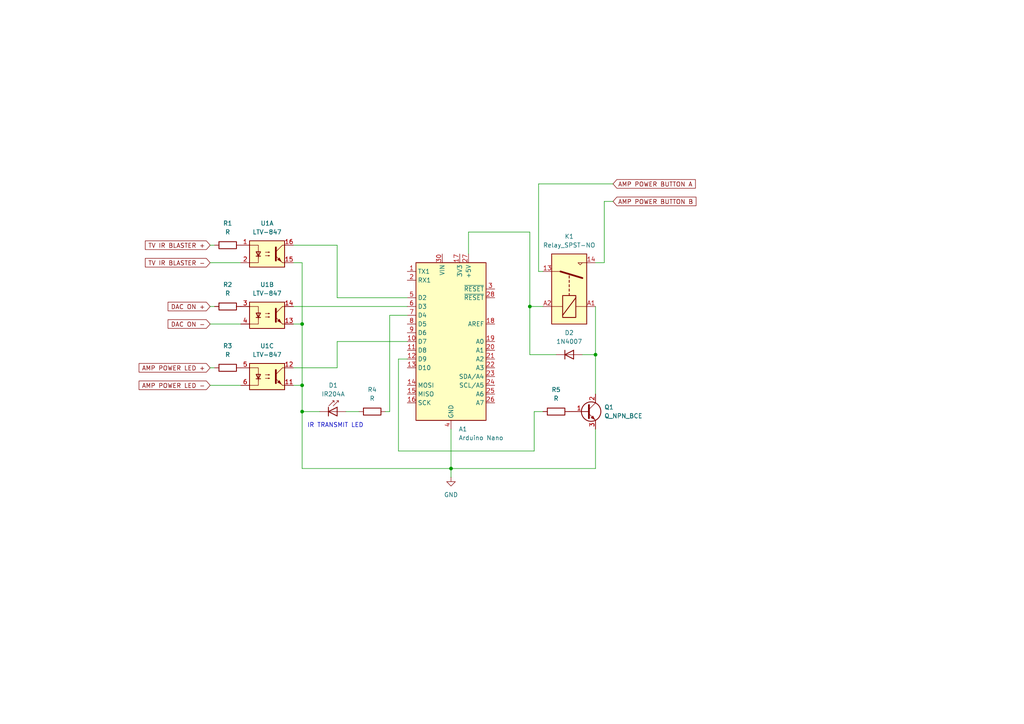
<source format=kicad_sch>
(kicad_sch (version 20231120) (generator "eeschema") (generator_version "8.0")
  (paper "A4")
  (lib_symbols
    (symbol "Device:Q_NPN_BCE" (pin_names (offset 0) hide)
      (property "Reference" "Q" (at 5.08 1.27 0))
      (property "Value" "Q_NPN_BCE" (at 5.08 -1.27 0))
      (symbol "Q_NPN_BCE_0_1"
        (polyline (pts (xy 0.635 0.635) (xy 2.54 2.54)))
        (polyline (pts (xy 0.635 -0.635) (xy 2.54 -2.54) (xy 2.54 -2.54)))
        (polyline (pts (xy 0.635 1.905) (xy 0.635 -1.905) (xy 0.635 -1.905)) (stroke (width 0.508)))
        (polyline (pts (xy 1.27 -1.778) (xy 1.778 -1.27) (xy 2.286 -2.286) (xy 1.27 -1.778) (xy 1.27 -1.778)) (fill (type outline)))
        (circle (center 1.27 0) (radius 2.8194) (stroke (width 0.254)))
      )
      (symbol "Q_NPN_BCE_1_1"
        (pin input line (at -5.08 0 0) (length 5.715) (name "B") (number "1"))
        (pin passive line (at 2.54 5.08 270) (length 2.54) (name "C") (number "2"))
        (pin passive line (at 2.54 -5.08 90) (length 2.54) (name "E") (number "3"))
      )
    )
    (symbol "Device:R" (pin_numbers hide) (pin_names (offset 0))
      (property "Reference" "R" (at 2.032 0 90))
      (property "Value" "R" (at 0 0 90))
      (symbol "R_0_1"
        (rectangle (start -1.016 -2.54) (end 1.016 2.54) (stroke (width 0.254)))
      )
      (symbol "R_1_1"
        (pin passive line (at 0 3.81 270) (length 1.27) (name "~") (number "1"))
        (pin passive line (at 0 -3.81 90) (length 1.27) (name "~") (number "2"))
      )
    )
    (symbol "Diode:1N4007" (pin_numbers hide) (pin_names hide)
      (property "Reference" "D" (at 0 2.54 0))
      (property "Value" "1N4007" (at 0 -2.54 0))
      (symbol "1N4007_0_1"
        (polyline (pts (xy -1.27 1.27) (xy -1.27 -1.27)) (stroke (width 0.254)))
        (polyline (pts (xy 1.27 0) (xy -1.27 0)))
        (polyline (pts (xy 1.27 1.27) (xy 1.27 -1.27) (xy -1.27 0) (xy 1.27 1.27)) (stroke (width 0.254)))
      )
      (symbol "1N4007_1_1"
        (pin passive line (at -3.81 0 0) (length 2.54) (name "K") (number "1"))
        (pin passive line (at 3.81 0 180) (length 2.54) (name "A") (number "2"))
      )
    )
    (symbol "Isolator:LTV-847" (pin_names (offset 1.016))
      (property "Reference" "U" (at -5.08 5.08 0))
      (property "Value" "LTV-847" (at 0 5.08 0))
      (symbol "LTV-847_0_1"
        (rectangle (start -5.08 3.81) (end 5.08 -3.81) (stroke (width 0.254)) (fill (type background)))
        (polyline (pts (xy -3.175 -0.635) (xy -1.905 -0.635)) (stroke (width 0.254)))
        (polyline (pts (xy 2.54 0.635) (xy 4.445 2.54)))
        (polyline (pts (xy 4.445 -2.54) (xy 2.54 -0.635)) (fill (type outline)))
        (polyline (pts (xy 4.445 -2.54) (xy 5.08 -2.54)))
        (polyline (pts (xy 4.445 2.54) (xy 5.08 2.54)))
        (polyline (pts (xy -2.54 -0.635) (xy -2.54 -2.54) (xy -5.08 -2.54)))
        (polyline (pts (xy 2.54 1.905) (xy 2.54 -1.905) (xy 2.54 -1.905)) (stroke (width 0.508)))
        (polyline (pts (xy -5.08 2.54) (xy -2.54 2.54) (xy -2.54 -1.27) (xy -2.54 0.635)))
        (polyline (pts (xy -2.54 -0.635) (xy -3.175 0.635) (xy -1.905 0.635) (xy -2.54 -0.635)) (stroke (width 0.254)))
        (polyline (pts (xy -0.508 -0.508) (xy 0.762 -0.508) (xy 0.381 -0.635) (xy 0.381 -0.381) (xy 0.762 -0.508)))
        (polyline (pts (xy -0.508 0.508) (xy 0.762 0.508) (xy 0.381 0.381) (xy 0.381 0.635) (xy 0.762 0.508)))
        (polyline (pts (xy 3.048 -1.651) (xy 3.556 -1.143) (xy 4.064 -2.159) (xy 3.048 -1.651) (xy 3.048 -1.651)) (fill (type outline)))
      )
      (symbol "LTV-847_1_1"
        (pin passive line (at -7.62 2.54 0) (length 2.54) (name "~") (number "1"))
        (pin passive line (at 7.62 -2.54 180) (length 2.54) (name "~") (number "15"))
        (pin passive line (at 7.62 2.54 180) (length 2.54) (name "~") (number "16"))
        (pin passive line (at -7.62 -2.54 0) (length 2.54) (name "~") (number "2"))
      )
      (symbol "LTV-847_2_1"
        (pin passive line (at 7.62 -2.54 180) (length 2.54) (name "~") (number "13"))
        (pin passive line (at 7.62 2.54 180) (length 2.54) (name "~") (number "14"))
        (pin passive line (at -7.62 2.54 0) (length 2.54) (name "~") (number "3"))
        (pin passive line (at -7.62 -2.54 0) (length 2.54) (name "~") (number "4"))
      )
      (symbol "LTV-847_3_1"
        (pin passive line (at 7.62 -2.54 180) (length 2.54) (name "~") (number "11"))
        (pin passive line (at 7.62 2.54 180) (length 2.54) (name "~") (number "12"))
        (pin passive line (at -7.62 2.54 0) (length 2.54) (name "~") (number "5"))
        (pin passive line (at -7.62 -2.54 0) (length 2.54) (name "~") (number "6"))
      )
      (symbol "LTV-847_4_1"
        (pin passive line (at 7.62 2.54 180) (length 2.54) (name "~") (number "10"))
        (pin passive line (at -7.62 2.54 0) (length 2.54) (name "~") (number "7"))
        (pin passive line (at -7.62 -2.54 0) (length 2.54) (name "~") (number "8"))
        (pin passive line (at 7.62 -2.54 180) (length 2.54) (name "~") (number "9"))
      )
    )
    (symbol "LED:IR204A" (pin_numbers hide) (pin_names (offset 1.016) hide)
      (property "Reference" "D" (at 0.508 1.778 0))
      (property "Value" "IR204A" (at -1.016 -2.794 0))
      (symbol "IR204A_0_1"
        (polyline (pts (xy -2.54 1.27) (xy -2.54 -1.27)) (stroke (width 0.254)))
        (polyline (pts (xy 0 0) (xy -2.54 0)))
        (polyline (pts (xy 0.381 3.175) (xy -0.127 3.175)))
        (polyline (pts (xy -1.143 1.651) (xy 0.381 3.175) (xy 0.381 2.667)))
        (polyline (pts (xy 0 1.27) (xy -2.54 0) (xy 0 -1.27) (xy 0 1.27)) (stroke (width 0.254)))
        (polyline (pts (xy -2.413 1.651) (xy -0.889 3.175) (xy -0.889 2.667) (xy -0.889 3.175) (xy -1.397 3.175)))
      )
      (symbol "IR204A_1_1"
        (pin passive line (at -5.08 0 0) (length 2.54) (name "K") (number "1"))
        (pin passive line (at 2.54 0 180) (length 2.54) (name "A") (number "2"))
      )
    )
    (symbol "MCU_Module:Arduino_Nano_Every"
      (property "Reference" "A" (at -10.16 23.495 0))
      (property "Value" "Arduino_Nano_Every" (at 5.08 -24.13 0))
      (symbol "Arduino_Nano_Every_0_1"
        (rectangle (start -10.16 22.86) (end 10.16 -22.86) (stroke (width 0.254)) (fill (type background)))
      )
      (symbol "Arduino_Nano_Every_1_1"
        (pin bidirectional line (at -12.7 20.32 0) (length 2.54) (name "TX1") (number "1"))
        (pin bidirectional line (at -12.7 0 0) (length 2.54) (name "D7") (number "10"))
        (pin bidirectional line (at -12.7 -2.54 0) (length 2.54) (name "D8") (number "11"))
        (pin bidirectional line (at -12.7 -5.08 0) (length 2.54) (name "D9") (number "12"))
        (pin bidirectional line (at -12.7 -7.62 0) (length 2.54) (name "D10") (number "13"))
        (pin bidirectional line (at -12.7 -12.7 0) (length 2.54) (name "MOSI") (number "14"))
        (pin bidirectional line (at -12.7 -15.24 0) (length 2.54) (name "MISO") (number "15"))
        (pin bidirectional line (at -12.7 -17.78 0) (length 2.54) (name "SCK") (number "16"))
        (pin power_out line (at 2.54 25.4 270) (length 2.54) (name "3V3") (number "17"))
        (pin input line (at 12.7 5.08 180) (length 2.54) (name "AREF") (number "18"))
        (pin bidirectional line (at 12.7 0 180) (length 2.54) (name "A0") (number "19"))
        (pin bidirectional line (at -12.7 17.78 0) (length 2.54) (name "RX1") (number "2"))
        (pin bidirectional line (at 12.7 -2.54 180) (length 2.54) (name "A1") (number "20"))
        (pin bidirectional line (at 12.7 -5.08 180) (length 2.54) (name "A2") (number "21"))
        (pin bidirectional line (at 12.7 -7.62 180) (length 2.54) (name "A3") (number "22"))
        (pin bidirectional line (at 12.7 -10.16 180) (length 2.54) (name "SDA/A4") (number "23"))
        (pin bidirectional line (at 12.7 -12.7 180) (length 2.54) (name "SCL/A5") (number "24"))
        (pin bidirectional line (at 12.7 -15.24 180) (length 2.54) (name "A6") (number "25"))
        (pin bidirectional line (at 12.7 -17.78 180) (length 2.54) (name "A7") (number "26"))
        (pin power_out line (at 5.08 25.4 270) (length 2.54) (name "+5V") (number "27"))
        (pin input line (at 12.7 12.7 180) (length 2.54) (name "~{RESET}") (number "28"))
        (pin passive line (at 0 -25.4 90) (length 2.54) hide (name "GND") (number "29"))
        (pin input line (at 12.7 15.24 180) (length 2.54) (name "~{RESET}") (number "3"))
        (pin power_in line (at -2.54 25.4 270) (length 2.54) (name "VIN") (number "30"))
        (pin power_in line (at 0 -25.4 90) (length 2.54) (name "GND") (number "4"))
        (pin bidirectional line (at -12.7 12.7 0) (length 2.54) (name "D2") (number "5"))
        (pin bidirectional line (at -12.7 10.16 0) (length 2.54) (name "D3") (number "6"))
        (pin bidirectional line (at -12.7 7.62 0) (length 2.54) (name "D4") (number "7"))
        (pin bidirectional line (at -12.7 5.08 0) (length 2.54) (name "D5") (number "8"))
        (pin bidirectional line (at -12.7 2.54 0) (length 2.54) (name "D6") (number "9"))
      )
    )
    (symbol "Relay:Relay_SPST-NO"
      (property "Reference" "K" (at 11.43 3.81 0))
      (property "Value" "Relay_SPST-NO" (at 11.43 1.27 0))
      (symbol "Relay_SPST-NO_0_0"
        (polyline (pts (xy 7.62 5.08) (xy 7.62 2.54) (xy 6.985 3.175) (xy 7.62 3.81)))
      )
      (symbol "Relay_SPST-NO_0_1"
        (rectangle (start -10.16 5.08) (end 10.16 -5.08) (stroke (width 0.254)) (fill (type background)))
        (rectangle (start -8.255 1.905) (end -1.905 -1.905) (stroke (width 0.254)))
        (polyline (pts (xy -7.62 -1.905) (xy -2.54 1.905)) (stroke (width 0.254)))
        (polyline (pts (xy -5.08 -5.08) (xy -5.08 -1.905)))
        (polyline (pts (xy -5.08 5.08) (xy -5.08 1.905)))
        (polyline (pts (xy -1.905 0) (xy -1.27 0)) (stroke (width 0.254)))
        (polyline (pts (xy -0.635 0) (xy 0 0)) (stroke (width 0.254)))
        (polyline (pts (xy 0.635 0) (xy 1.27 0)) (stroke (width 0.254)))
        (polyline (pts (xy 1.905 0) (xy 2.54 0)) (stroke (width 0.254)))
        (polyline (pts (xy 3.175 0) (xy 3.81 0)) (stroke (width 0.254)))
        (polyline (pts (xy 5.08 -2.54) (xy 3.175 3.81)) (stroke (width 0.508)))
        (polyline (pts (xy 5.08 -2.54) (xy 5.08 -5.08)))
      )
      (symbol "Relay_SPST-NO_1_1"
        (pin passive line (at 5.08 -7.62 90) (length 2.54) (name "~") (number "13"))
        (pin passive line (at 7.62 7.62 270) (length 2.54) (name "~") (number "14"))
        (pin passive line (at -5.08 7.62 270) (length 2.54) (name "~") (number "A1"))
        (pin passive line (at -5.08 -7.62 90) (length 2.54) (name "~") (number "A2"))
      )
    )
    (symbol "power:GND" (power) (pin_numbers hide) (pin_names (offset 0) hide)
      (property "Value" "GND" (at 0 -3.81 0))
      (symbol "GND_0_1"
        (polyline (pts (xy 0 0) (xy 0 -1.27) (xy 1.27 -1.27) (xy 0 -2.54) (xy -1.27 -1.27) (xy 0 -1.27)))
      )
      (symbol "GND_1_1"
        (pin power_in line (at 0 0 270) (length 0) (name "~") (number "1"))
      )
    )
  )
  (junction (at 130.81 135.89))
  (junction (at 153.67 88.9))
  (junction (at 87.63 111.76))
  (junction (at 172.72 102.87))
  (junction (at 87.63 93.98))
  (junction (at 87.63 119.38))
  (wire (pts (xy 113.03 91.44) (xy 113.03 119.38)))
  (wire (pts (xy 60.96 88.9) (xy 62.23 88.9)))
  (wire (pts (xy 135.89 73.66) (xy 135.89 67.31)))
  (wire (pts (xy 157.48 119.38) (xy 154.94 119.38)))
  (wire (pts (xy 154.94 119.38) (xy 154.94 130.81)))
  (wire (pts (xy 97.79 71.12) (xy 97.79 86.36)))
  (wire (pts (xy 87.63 76.2) (xy 87.63 93.98)))
  (wire (pts (xy 60.96 93.98) (xy 69.85 93.98)))
  (wire (pts (xy 60.96 106.68) (xy 62.23 106.68)))
  (wire (pts (xy 60.96 111.76) (xy 69.85 111.76)))
  (wire (pts (xy 153.67 88.9) (xy 153.67 102.87)))
  (wire (pts (xy 153.67 88.9) (xy 157.48 88.9)))
  (wire (pts (xy 168.91 102.87) (xy 172.72 102.87)))
  (wire (pts (xy 60.96 71.12) (xy 62.23 71.12)))
  (wire (pts (xy 87.63 119.38) (xy 87.63 135.89)))
  (wire (pts (xy 172.72 88.9) (xy 172.72 102.87)))
  (wire (pts (xy 156.21 53.34) (xy 177.8 53.34)))
  (wire (pts (xy 156.21 78.74) (xy 156.21 53.34)))
  (wire (pts (xy 85.09 106.68) (xy 97.79 106.68)))
  (wire (pts (xy 154.94 130.81) (xy 115.57 130.81)))
  (wire (pts (xy 113.03 91.44) (xy 118.11 91.44)))
  (wire (pts (xy 130.81 135.89) (xy 130.81 138.43)))
  (wire (pts (xy 115.57 130.81) (xy 115.57 104.14)))
  (wire (pts (xy 175.26 76.2) (xy 172.72 76.2)))
  (wire (pts (xy 85.09 71.12) (xy 97.79 71.12)))
  (wire (pts (xy 85.09 76.2) (xy 87.63 76.2)))
  (wire (pts (xy 172.72 124.46) (xy 172.72 135.89)))
  (wire (pts (xy 85.09 88.9) (xy 118.11 88.9)))
  (wire (pts (xy 97.79 86.36) (xy 118.11 86.36)))
  (wire (pts (xy 130.81 135.89) (xy 172.72 135.89)))
  (wire (pts (xy 87.63 119.38) (xy 92.71 119.38)))
  (wire (pts (xy 100.33 119.38) (xy 104.14 119.38)))
  (wire (pts (xy 97.79 106.68) (xy 97.79 99.06)))
  (wire (pts (xy 87.63 93.98) (xy 87.63 111.76)))
  (wire (pts (xy 175.26 58.42) (xy 175.26 76.2)))
  (wire (pts (xy 85.09 111.76) (xy 87.63 111.76)))
  (wire (pts (xy 97.79 99.06) (xy 118.11 99.06)))
  (wire (pts (xy 87.63 135.89) (xy 130.81 135.89)))
  (wire (pts (xy 177.8 58.42) (xy 175.26 58.42)))
  (wire (pts (xy 130.81 124.46) (xy 130.81 135.89)))
  (wire (pts (xy 87.63 111.76) (xy 87.63 119.38)))
  (wire (pts (xy 153.67 102.87) (xy 161.29 102.87)))
  (wire (pts (xy 85.09 93.98) (xy 87.63 93.98)))
  (wire (pts (xy 115.57 104.14) (xy 118.11 104.14)))
  (wire (pts (xy 60.96 76.2) (xy 69.85 76.2)))
  (wire (pts (xy 157.48 78.74) (xy 156.21 78.74)))
  (wire (pts (xy 153.67 67.31) (xy 153.67 88.9)))
  (wire (pts (xy 135.89 67.31) (xy 153.67 67.31)))
  (wire (pts (xy 111.76 119.38) (xy 113.03 119.38)))
  (wire (pts (xy 172.72 102.87) (xy 172.72 114.3)))
  (text "IR TRANSMIT LED" (at 97.282 123.444 0) (effects (font (size 1.27 1.27))))
  (global_label "TV IR BLASTER -" (shape input) (at 60.96 76.2 180) (property "Intersheetrefs" "${INTERSHEET_REFS}" (effects (hide yes))))
  (global_label "AMP POWER LED +" (shape input) (at 60.96 106.68 180) (property "Intersheetrefs" "${INTERSHEET_REFS}" (effects (hide yes))))
  (global_label "DAC ON -" (shape input) (at 60.96 93.98 180) (property "Intersheetrefs" "${INTERSHEET_REFS}" (effects (hide yes))))
  (global_label "AMP POWER BUTTON B" (shape input) (at 177.8 58.42 0) (property "Intersheetrefs" "${INTERSHEET_REFS}" (effects (hide yes))))
  (global_label "DAC ON +" (shape input) (at 60.96 88.9 180) (property "Intersheetrefs" "${INTERSHEET_REFS}" (effects (hide yes))))
  (global_label "AMP POWER LED -" (shape input) (at 60.96 111.76 180) (property "Intersheetrefs" "${INTERSHEET_REFS}" (effects (hide yes))))
  (global_label "TV IR BLASTER +" (shape input) (at 60.96 71.12 180) (property "Intersheetrefs" "${INTERSHEET_REFS}" (effects (hide yes))))
  (global_label "AMP POWER BUTTON A" (shape input) (at 177.8 53.34 0) (property "Intersheetrefs" "${INTERSHEET_REFS}" (effects (hide yes))))
  (symbol (lib_id "MCU_Module:Arduino_Nano_Every") (at 130.81 99.06 0) (unit 1)
    (property "Reference" "A1" (at 133.0041 124.46 0) (effects (justify left)))
    (property "Value" "Arduino Nano" (at 133.0041 127 0) (effects (justify left)))
    (property "Footprint" "Module:Arduino_Nano" (effects (hide yes)))
    (property "Datasheet" "https://content.arduino.cc/assets/NANOEveryV3.0_sch.pdf" (effects (hide yes)))
    (property "Description" "Arduino Nano Every" (effects (hide yes)))
  )
  (symbol (lib_id "Device:R") (at 66.04 106.68 90) (unit 1)
    (property "Reference" "R3" (at 66.04 100.33 90))
    (property "Value" "R" (at 66.04 102.87 90))
    (property "Description" "Resistor" (effects (hide yes)))
  )
  (symbol (lib_id "Relay:Relay_SPST-NO") (at 165.1 83.82 270) (mirror x) (unit 1)
    (property "Reference" "K1" (at 165.1 68.58 90))
    (property "Value" "Relay_SPST-NO" (at 165.1 71.12 90))
    (property "Description" "Relay SPST, Normally Open, EN50005" (effects (hide yes)))
  )
  (symbol (lib_id "Isolator:LTV-847") (at 77.47 109.22 0) (unit 3)
    (property "Reference" "U1" (at 77.47 100.33 0))
    (property "Value" "LTV-847" (at 77.47 102.87 0))
    (property "Footprint" "Package_DIP:DIP-16_W7.62mm" (effects (hide yes)))
    (property "Datasheet" "http://optoelectronics.liteon.com/upload/download/DS-70-96-0016/LTV-8X7%20series.PDF" (effects (hide yes)))
    (property "Description" "Quad DC Optocoupler, Vce 35V, CTR 50%, DIP-16" (effects (hide yes)))
  )
  (symbol (lib_id "Device:Q_NPN_BCE") (at 170.18 119.38 0) (unit 1)
    (property "Reference" "Q1" (at 175.26 118.1099 0) (effects (justify left)))
    (property "Value" "Q_NPN_BCE" (at 175.26 120.6499 0) (effects (justify left)))
    (property "Description" "NPN transistor, base/collector/emitter" (effects (hide yes)))
  )
  (symbol (lib_id "Isolator:LTV-847") (at 77.47 91.44 0) (unit 2)
    (property "Reference" "U1" (at 77.47 82.55 0))
    (property "Value" "LTV-847" (at 77.47 85.09 0))
    (property "Footprint" "Package_DIP:DIP-16_W7.62mm" (effects (hide yes)))
    (property "Datasheet" "http://optoelectronics.liteon.com/upload/download/DS-70-96-0016/LTV-8X7%20series.PDF" (effects (hide yes)))
    (property "Description" "Quad DC Optocoupler, Vce 35V, CTR 50%, DIP-16" (effects (hide yes)))
  )
  (symbol (lib_id "LED:IR204A") (at 97.79 119.38 0) (unit 1)
    (property "Reference" "D1" (at 96.647 111.76 0))
    (property "Value" "IR204A" (at 96.647 114.3 0))
    (property "Footprint" "LED_THT:LED_D3.0mm_IRBlack" (effects (hide yes)))
    (property "Datasheet" "http://www.everlight.com/file/ProductFile/IR204-A.pdf" (effects (hide yes)))
    (property "Description" "Infrared LED , 3mm LED package" (effects (hide yes)))
  )
  (symbol (lib_id "Device:R") (at 66.04 88.9 90) (unit 1)
    (property "Reference" "R2" (at 66.04 82.55 90))
    (property "Value" "R" (at 66.04 85.09 90))
    (property "Description" "Resistor" (effects (hide yes)))
  )
  (symbol (lib_id "power:GND") (at 130.81 138.43 0) (unit 1)
    (property "Reference" "#PWR01" (effects (hide yes)))
    (property "Value" "GND" (at 130.81 143.51 0))
    (property "Description" "Power symbol creates a global label with name \"GND\" , ground" (effects (hide yes)))
  )
  (symbol (lib_id "Device:R") (at 161.29 119.38 90) (unit 1)
    (property "Reference" "R5" (at 161.29 113.03 90))
    (property "Value" "R" (at 161.29 115.57 90))
    (property "Description" "Resistor" (effects (hide yes)))
  )
  (symbol (lib_id "Diode:1N4007") (at 165.1 102.87 0) (unit 1)
    (property "Reference" "D2" (at 165.1 96.52 0))
    (property "Value" "1N4007" (at 165.1 99.06 0))
    (property "Footprint" "Diode_THT:D_DO-41_SOD81_P10.16mm_Horizontal" (effects (hide yes)))
    (property "Datasheet" "http://www.vishay.com/docs/88503/1n4001.pdf" (effects (hide yes)))
    (property "Description" "1000V 1A General Purpose Rectifier Diode, DO-41" (effects (hide yes)))
    (property "Sim.Device" "D" (effects (hide yes)))
    (property "Sim.Pins" "1=K 2=A" (effects (hide yes)))
  )
  (symbol (lib_id "Device:R") (at 66.04 71.12 90) (unit 1)
    (property "Reference" "R1" (at 66.04 64.77 90))
    (property "Value" "R" (at 66.04 67.31 90))
    (property "Description" "Resistor" (effects (hide yes)))
  )
  (symbol (lib_id "Device:R") (at 107.95 119.38 90) (unit 1)
    (property "Reference" "R4" (at 107.95 113.03 90))
    (property "Value" "R" (at 107.95 115.57 90))
    (property "Description" "Resistor" (effects (hide yes)))
  )
  (symbol (lib_id "Isolator:LTV-847") (at 77.47 73.66 0) (unit 1)
    (property "Reference" "U1" (at 77.47 64.77 0))
    (property "Value" "LTV-847" (at 77.47 67.31 0))
    (property "Footprint" "Package_DIP:DIP-16_W7.62mm" (effects (hide yes)))
    (property "Datasheet" "http://optoelectronics.liteon.com/upload/download/DS-70-96-0016/LTV-8X7%20series.PDF" (effects (hide yes)))
    (property "Description" "Quad DC Optocoupler, Vce 35V, CTR 50%, DIP-16" (effects (hide yes)))
  )
)
</source>
